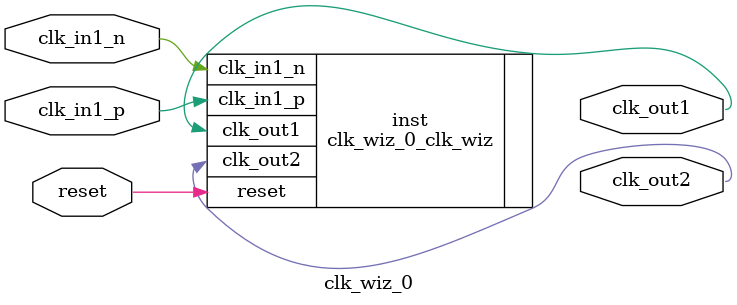
<source format=v>


`timescale 1ps/1ps

(* CORE_GENERATION_INFO = "clk_wiz_0,clk_wiz_v6_0_3_0_0,{component_name=clk_wiz_0,use_phase_alignment=true,use_min_o_jitter=false,use_max_i_jitter=false,use_dyn_phase_shift=false,use_inclk_switchover=false,use_dyn_reconfig=false,enable_axi=0,feedback_source=FDBK_AUTO,PRIMITIVE=MMCM,num_out_clk=2,clkin1_period=5.000,clkin2_period=10.0,use_power_down=false,use_reset=true,use_locked=false,use_inclk_stopped=false,feedback_type=SINGLE,CLOCK_MGR_TYPE=NA,manual_override=false}" *)

module clk_wiz_0 
 (
  // Clock out ports
  output        clk_out1,
  output        clk_out2,
  // Status and control signals
  input         reset,
 // Clock in ports
  input         clk_in1_p,
  input         clk_in1_n
 );

  clk_wiz_0_clk_wiz inst
  (
  // Clock out ports  
  .clk_out1(clk_out1),
  .clk_out2(clk_out2),
  // Status and control signals               
  .reset(reset), 
 // Clock in ports
  .clk_in1_p(clk_in1_p),
  .clk_in1_n(clk_in1_n)
  );

endmodule

</source>
